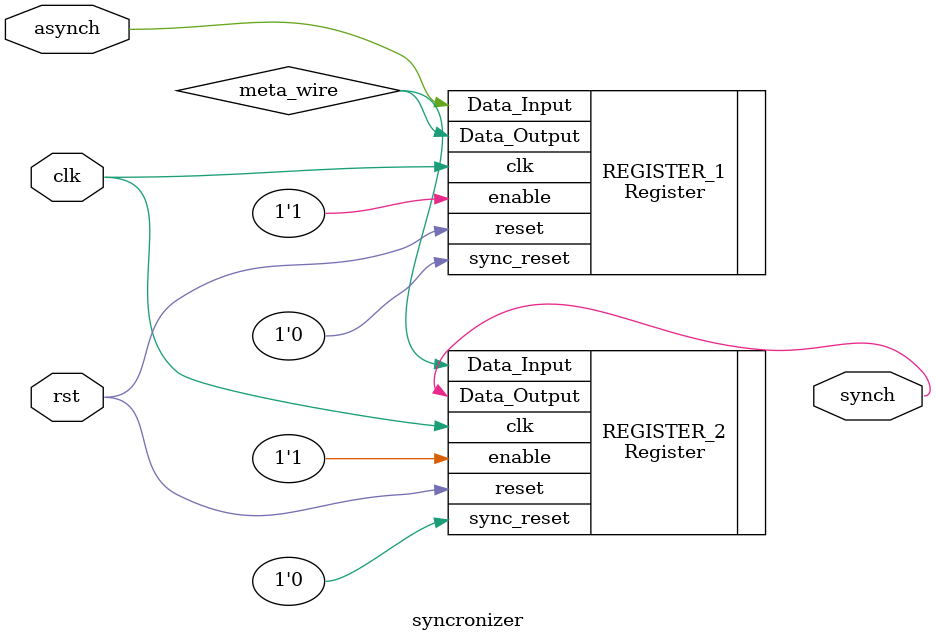
<source format=sv>
module syncronizer
(
  input asynch,
  input clk,
  input rst,
  output synch
  );
//------------------------wires---------------------------
  bit meta_wire;

  Register
#(.Word_Length(1))     REGISTER_1
 (
   // Input Ports
   .clk(clk),
   .reset(rst),
   .Data_Input(asynch),
   .enable(1'b1),
   .sync_reset(1'b0),
   // Output Ports
   .Data_Output(meta_wire)
 );

 Register
  #(.Word_Length(1))     REGISTER_2
  (
    // Input Ports
    .clk(clk),
    .reset(rst),
    .Data_Input(meta_wire),
    .enable(1'b1),
    .sync_reset(1'b0),
    // Output Ports
    .Data_Output(synch)
  );
endmodule

</source>
